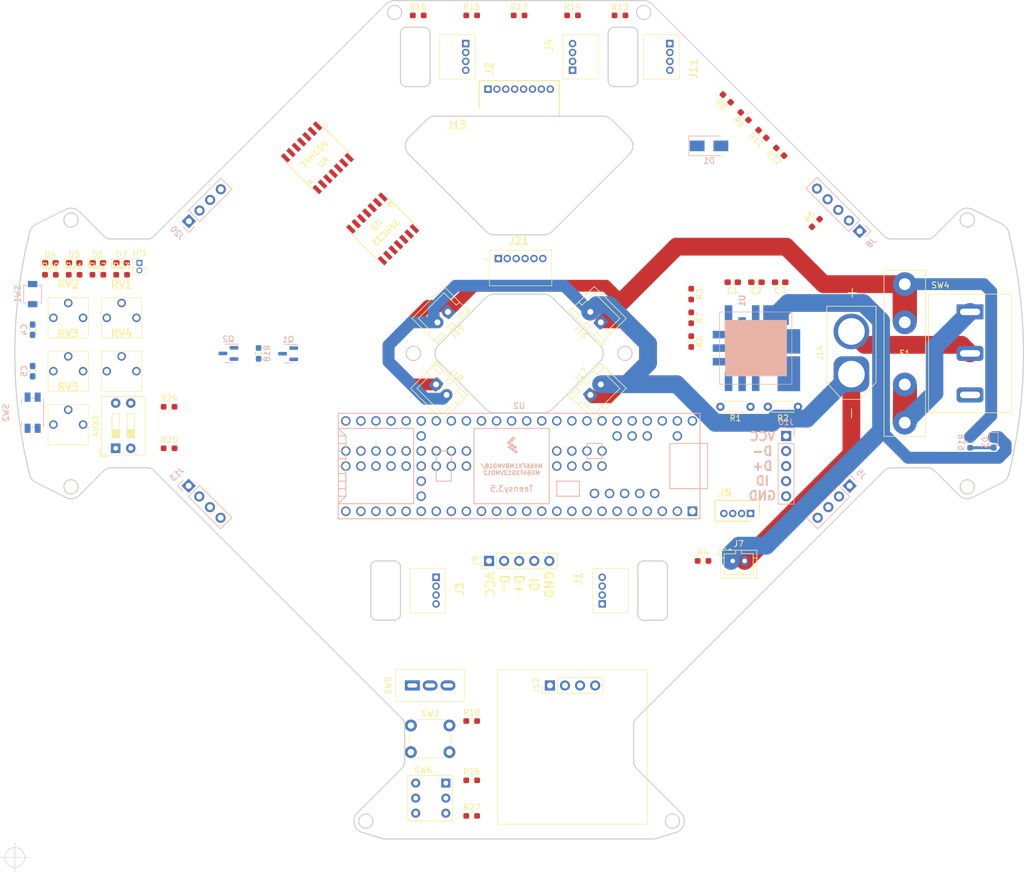
<source format=kicad_pcb>
(kicad_pcb (version 20211014) (generator pcbnew)
  (layers (0 "F.Cu" signal) (31 "B.Cu" signal) (34 "B.Paste" user) (35 "F.Paste" user) (36 "B.SilkS" user "B.Silkscreen") (37 "F.SilkS" user "F.Silkscreen") (38 "B.Mask" user) (39 "F.Mask" user) (44 "Edge.Cuts" user))
  (net 0 "")
  (net 1 "GND")
  (net 2 "/AUX1/3")
  (net 3 "/AUX1/4")
  (net 4 "Net-(C5-Pad2)")
  (net 5 "Net-(D1-Pad1)")
  (net 6 "+5V")
  (net 7 "Net-(D2-Pad2)")
  (net 8 "Net-(D6-Pad2)")
  (net 9 "Net-(D7-Pad2)")
  (net 10 "Net-(D3-Pad2)")
  (net 11 "Net-(D4-Pad1)")
  (net 12 "Net-(D4-Pad2)")
  (net 13 "+15V")
  (net 14 "Net-(F1-Pad2)")
  (net 15 "Net-(J1-Pad2)")
  (net 16 "Net-(J3-Pad1)")
  (net 17 "Net-(D5-Pad2)")
  (net 18 "Net-(J6-Pad1)")
  (net 19 "Net-(J1-Pad1)")
  (net 20 "Net-(J1-Pad4)")
  (net 21 "Net-(J2-Pad2)")
  (net 22 "Net-(J2-Pad4)")
  (net 23 "Net-(J3-Pad2)")
  (net 24 "Net-(J8-Pad1)")
  (net 25 "Net-(J8-Pad2)")
  (net 26 "Net-(J8-Pad4)")
  (net 27 "Net-(J3-Pad4)")
  (net 28 "Net-(J4-Pad1)")
  (net 29 "Net-(J4-Pad2)")
  (net 30 "Net-(J10-Pad1)")
  (net 31 "Net-(J10-Pad3)")
  (net 32 "Net-(J11-Pad1)")
  (net 33 "Net-(J4-Pad4)")
  (net 34 "Net-(J11-Pad3)")
  (net 35 "Net-(J5-Pad1)")
  (net 36 "Net-(J5-Pad3)")
  (net 37 "+3V3")
  (net 38 "Net-(J6-Pad3)")
  (net 39 "Net-(J10-Pad2)")
  (net 40 "Net-(J13-Pad1)")
  (net 41 "Net-(J13-Pad3)")
  (net 42 "Net-(J10-Pad4)")
  (net 43 "Net-(J10-Pad5)")
  (net 44 "Net-(J14-Pad2)")
  (net 45 "Net-(J15-Pad1)")
  (net 46 "Net-(J15-Pad2)")
  (net 47 "Net-(J15-Pad3)")
  (net 48 "Net-(J15-Pad5)")
  (net 49 "Net-(J15-Pad6)")
  (net 50 "Net-(J21-Pad1)")
  (net 51 "Net-(J21-Pad2)")
  (net 52 "Net-(J21-Pad3)")
  (net 53 "Net-(Q1-Pad1)")
  (net 54 "Net-(J21-Pad4)")
  (net 55 "Net-(J21-Pad5)")
  (net 56 "Net-(J21-Pad6)")
  (net 57 "PROG")
  (net 58 "/Switch/SW_GOAL")
  (net 59 "Net-(R1-Pad1)")
  (net 60 "/Switch/SW_START")
  (net 61 "Net-(R1-Pad2)")
  (net 67 "Net-(R4-Pad1)")
  (net 68 "Net-(R5-Pad1)")
  (net 69 "Net-(R13-Pad1)")
  (net 70 "Net-(R14-Pad1)")
  (net 71 "Net-(R16-Pad1)")
  (net 72 "Net-(R17-Pad1)")
  (net 73 "Net-(J15-Pad4)")
  (net 74 "Net-(R26-Pad2)")
  (net 79 "Net-(R15-Pad1)")
  (net 82 "Net-(U2-Pad16)")
  (net 83 "Net-(U2-Pad17)")
  (net 84 "Net-(U2-Pad18)")
  (net 85 "Net-(U2-Pad19)")
  (net 86 "Net-(U2-Pad20)")
  (net 87 "Net-(U2-Pad21)")
  (net 88 "Vbatt")
  (net 97 "/Switch/SW_led_R")
  (net 98 "/Switch/SW_led_G")
  (net 99 "/LED/LED4")
  (net 100 "/LED/LED3")
  (net 101 "/LED/LED2")
  (net 102 "/LED/LED1")
  (net 119 "Net-(U3-Pad11)")
  (net 120 "Net-(U3-Pad12)")
  (net 121 "Net-(J2-Pad1)")
  (net 122 "Net-(U3-Pad13)")
  (net 124 "Net-(Q1-Pad3)")
  (net 125 "Net-(R27-Pad2)")
  (footprint "Resistor_SMD:R_0603_1608Metric_Pad0.98x0.95mm_HandSolder" (layer "F.Cu") (at 64 76.735)
    (fp_text reference "R22")
    (fp_text value "120")
  )
  (footprint "0.main.robot:LED_SMLE13WBC8W1" (layer "F.Cu") (at 60 74.735)
    (fp_text reference "D5")
    (fp_text value "LED2_G")
  )
  (footprint "Resistor_THT:R_Axial_DIN0204_L3.6mm_D1.6mm_P5.08mm_Horizontal" (layer "F.Cu") (at 182 99 180)
    (fp_text reference "R2")
    (fp_text value "330")
  )
  (footprint "0.main.robot:JSTS8B-ZRLFSN" (layer "F.Cu") (at 129.75 48.6)
    (fp_text reference "J15")
    (fp_text value "LINE" hide)
  )
  (footprint "0.main.robot:OLED" (layer "F.Cu") (at 144 146)
    (fp_text reference "J12")
    (fp_text value "I2C_OLED")
  )
  (footprint "0.main.robot:LED_SMLE13WBC8W1" (layer "F.Cu") (at 56 74.735)
    (fp_text reference "D4")
    (fp_text value "LED1_R")
  )
  (footprint "Button_Switch_THT:SW_DIP_SPSTx02_Slide_9.78x7.26mm_W7.62mm_P2.54mm" (layer "F.Cu") (at 67 106 90)
    (fp_text reference "AUX1")
    (fp_text value "SW_DIP_x02")
  )
  (footprint "Resistor_SMD:R_0603_1608Metric_Pad0.98x0.95mm_HandSolder" (layer "F.Cu") (at 76 99)
    (fp_text reference "R24")
    (fp_text value "47k")
  )
  (footprint "Resistor_SMD:R_0603_1608Metric_Pad0.98x0.95mm_HandSolder" (layer "F.Cu") (at 164 88 -90)
    (fp_text reference "R6")
    (fp_text value "47k")
  )
  (footprint "Resistor_SMD:R_0603_1608Metric_Pad0.98x0.95mm_HandSolder" (layer "F.Cu") (at 76 106)
    (fp_text reference "R25")
    (fp_text value "47k")
  )
  (footprint "Resistor_SMD:R_0603_1608Metric_Pad0.98x0.95mm_HandSolder" (layer "F.Cu") (at 127 33)
    (fp_text reference "R15")
    (fp_text value "10k")
  )
  (footprint "Resistor_SMD:R_0603_1608Metric_Pad0.98x0.95mm_HandSolder" (layer "F.Cu") (at 173 50 135)
    (fp_text reference "R9")
    (fp_text value "47k")
  )
  (footprint "0.main.robot:MFS101D-14-Z" (layer "F.Cu") (at 120 146 90)
    (fp_text reference "SW5")
    (fp_text value "GOAL")
  )
  (footprint "0.main.robot:Trim-GF063P" (layer "F.Cu") (at 59 84)
    (fp_text reference "RV2")
    (fp_text value "20K" hide)
  )
  (footprint "Resistor_SMD:R_0603_1608Metric_Pad0.98x0.95mm_HandSolder" (layer "F.Cu") (at 176 53 135)
    (fp_text reference "R11")
    (fp_text value "10k")
  )
  (footprint "Resistor_SMD:R_0603_1608Metric_Pad0.98x0.95mm_HandSolder" (layer "F.Cu") (at 127 162)
    (fp_text reference "R26")
    (fp_text value "470")
  )
  (footprint "Connector_JST:JST_XH_B2B-XH-A_1x02_P2.50mm_Vertical" (layer "F.Cu") (at 121 95.2322 -45)
    (fp_text reference "J18")
    (fp_text value "MD3")
  )
  (footprint "Capacitor_SMD:C_0603_1608Metric_Pad1.08x0.95mm_HandSolder" (layer "F.Cu") (at 175 78 180)
    (fp_text reference "C2")
    (fp_text value "10u")
  )
  (footprint "Connector_JST:JST_XH_B2B-XH-A_1x02_P2.50mm_Vertical" (layer "F.Cu") (at 147 97 45)
    (fp_text reference "J17")
    (fp_text value "MD2")
  )
  (footprint "Connector_JST:JST_XH_B2B-XH-A_1x02_P2.50mm_Vertical" (layer "F.Cu") (at 123 83 -135)
    (fp_text reference "J19")
    (fp_text value "MD4")
  )
  (footprint "0.main.robot:JSTB4B-ZR" (layer "F.Cu") (at 174 117)
    (fp_text reference "J6")
    (fp_text value "Serial3/Vision" hide)
  )
  (footprint "0.main.robot:SOP14W" (layer "F.Cu") (at 112 69 -135)
    (fp_text reference "U3")
    (fp_text value "74HC32")
  )
  (footprint "0.main.robot:FUSE_20mm" (layer "F.Cu") (at 200 90)
    (fp_text reference "F1")
    (fp_text value "Fuse 15A")
  )
  (footprint "Connector_PinHeader_1.27mm:PinHeader_1x02_P1.27mm_Vertical" (layer "F.Cu") (at 71 74.735)
    (fp_text reference "JP1")
    (fp_text value "Jumper_2_Bridged")
  )
  (footprint "Connector_JST:JST_PH_B2B-PH-K_1x02_P2.00mm_Vertical" (layer "F.Cu") (at 171 125)
    (fp_text reference "J7")
    (fp_text value "raspi-power")
  )
  (footprint "Resistor_SMD:R_0603_1608Metric_Pad0.98x0.95mm_HandSolder" (layer "F.Cu") (at 127 152)
    (fp_text reference "R10")
    (fp_text value "47k")
  )
  (footprint "0.main.robot:SW_SPST_POWER" (layer "F.Cu") (at 211 90)
    (fp_text reference "SW4")
    (fp_text value "SW_SPST")
  )
  (footprint "0.main.robot:JSTS4B-ZRLFSN" (layer "F.Cu") (at 126 40 -90)
    (fp_text reference "J2")
    (fp_text value "MD4" hide)
  )
  (footprint "Capacitor_SMD:C_0603_1608Metric_Pad1.08x0.95mm_HandSolder" (layer "F.Cu") (at 171 78 180)
    (fp_text reference "C1")
    (fp_text value "10u")
  )
  (footprint "0.main.robot:Trim-GF063P" (layer "F.Cu") (at 68 93)
    (fp_text reference "RV4")
    (fp_text value "20K" hide)
  )
  (footprint "Resistor_SMD:R_0603_1608Metric_Pad0.98x0.95mm_HandSolder" (layer "F.Cu") (at 179 56 135)
    (fp_text reference "R12")
    (fp_text value "10k")
  )
  (footprint "0.main.robot:LED_SMLE13WBC8W1" (layer "F.Cu") (at 175 89.125 90)
    (fp_text reference "D2")
    (fp_text value "LED")
  )
  (footprint "Resistor_SMD:R_0603_1608Metric_Pad0.98x0.95mm_HandSolder" (layer "F.Cu") (at 127 168)
    (fp_text reference "R27")
    (fp_text value "470")
  )
  (footprint "Resistor_THT:R_Axial_DIN0204_L3.6mm_D1.6mm_P5.08mm_Horizontal" (layer "F.Cu") (at 174 99 180)
    (fp_text reference "R1")
    (fp_text value "1k")
  )
  (footprint "Button_Switch_THT:SW_PUSH_6mm" (layer "F.Cu") (at 116.75 152.75)
    (fp_text reference "SW3")
    (fp_text value "SET")
  )
  (footprint "0.main.robot:AMASS_XT60-M_1x02_P7.20mm_Vertical" (layer "F.Cu") (at 191 93.5 90)
    (fp_text reference "J14")
    (fp_text value "Power IN")
  )
  (footprint "0.main.robot:SOP14W" (layer "F.Cu") (at 101 57 45)
    (fp_text reference "U4")
    (fp_text value "74HC04")
  )
  (footprint "0.main.robot:JSTS4B-ZRLFSN" (layer "F.Cu") (at 121 130 -90)
    (fp_text reference "J3")
    (fp_text value "MD3" hide)
  )
  (footprint "0.main.robot:LED_SMLE13WBC8W1" (layer "F.Cu") (at 68 74.735)
    (fp_text reference "D7")
    (fp_text value "LED4_B")
  )
  (footprint "0.main.robot:LED_SMLE13WBC8W1" (layer "F.Cu") (at 64 74.735)
    (fp_text reference "D6")
    (fp_text value "LED3_Y")
  )
  (footprint "Resistor_SMD:R_0603_1608Metric_Pad0.98x0.95mm_HandSolder" (layer "F.Cu") (at 185 68 45)
    (fp_text reference "R5")
    (fp_text value "10k")
  )
  (footprint "Resistor_SMD:R_0603_1608Metric_Pad0.98x0.95mm_HandSolder" (layer "F.Cu") (at 56 76.735)
    (fp_text reference "R20")
    (fp_text value "120")
  )
  (footprint "0.main.robot:Trim-GF063P" (layer "F.Cu") (at 68 84)
    (fp_text reference "RV1")
    (fp_text value "20K" hide)
  )
  (footprint "0.main.robot:Trim-GF063P" (layer "F.Cu") (at 59 93)
    (fp_text reference "RV3")
    (fp_text value "20K" hide)
  )
  (footprint "Connector_PinHeader_2.54mm:PinHeader_1x05_P2.54mm_Vertical" (layer "F.Cu") (at 129.925 125 90)
    (fp_text reference "J9")
    (fp_text value "micro-b_out")
  )
  (footprint "Resistor_SMD:R_0603_1608Metric_Pad0.98x0.95mm_HandSolder" (layer "F.Cu") (at 164 84 -90)
    (fp_text reference "R7")
    (fp_text value "10k")
  )
  (footprint "0.main.robot:SW_NKK_B-12CCPRM" (layer "F.Cu") (at 117.565 162.46)
    (fp_text reference "SW6")
    (fp_text value "START")
  )
  (footprint "Resistor_SMD:R_0603_1608Metric_Pad0.98x0.95mm_HandSolder" (layer "F.Cu") (at 152 33)
    (fp_text reference "R13")
    (fp_text value "10k")
  )
  (footprint "Resistor_SMD:R_0603_1608Metric_Pad0.98x0.95mm_HandSolder" (layer "F.Cu") (at 144 33)
    (fp_text reference "R14")
    (fp_text value "10k")
  )
  (footprint "Resistor_SMD:R_0603_1608Metric_Pad0.98x0.95mm_HandSolder" (layer "F.Cu") (at 118 33)
    (fp_text reference "R16")
    (fp_text value "10k")
  )
  (footprint "Resistor_SMD:R_0603_1608Metric_Pad0.98x0.95mm_HandSolder" (layer "F.Cu") (at 166 125)
    (fp_text reference "R4")
    (fp_text value "10k")
  )
  (footprint "Connector_JST:JST_XH_B2B-XH-A_1x02_P2.50mm_Vertical" (layer "F.Cu") (at 148.767767 84.767767 135)
    (fp_text reference "J16")
    (fp_text value "MD1")
  )
  (footprint "0.main.robot:Trim-GF063P" (layer "F.Cu") (at 59 102)
    (fp_text reference "RV5")
    (fp_text value "20K" hide)
  )
  (footprint "Resistor_SMD:R_0603_1608Metric_Pad0.98x0.95mm_HandSolder" (layer "F.Cu") (at 170 47 135)
    (fp_text reference "R8")
    (fp_text value "47k")
  )
  (footprint "0.main.robot:JSTS4B-ZRLFSN" (layer "F.Cu") (at 160.4 40 -90)
    (fp_text reference "J11")
    (fp_text value "I2C_ToF" hide)
  )
  (footprint "Resistor_SMD:R_0603_1608Metric_Pad0.98x0.95mm_HandSolder" (layer "F.Cu") (at 135 33)
    (fp_text reference "R17")
    (fp_text value "10k")
  )
  (footprint "Capacitor_SMD:C_0603_1608Metric_Pad1.08x0.95mm_HandSolder" (layer "F.Cu") (at 179 78 180)
    (fp_text reference "C3")
    (fp_text value "10u")
  )
  (footprint "0.main.robot:JSTS4B-ZRLFSN" (layer "F.Cu") (at 144 40 90)
    (fp_text reference "J4")
    (fp_text value "MD1" hide)
  )
  (footprint "0.main.robot:JSTS6B-ZRLFSN" (layer "F.Cu") (at 131.5 74)
    (fp_text reference "J21")
    (fp_text value "Trimmer" hide)
  )
  (footprint "Resistor_SMD:R_0603_1608Metric_Pad0.98x0.95mm_HandSolder" (layer "F.Cu") (at 164 80 -90)
    (fp_text reference "R3")
    (fp_text value "470")
  )
  (footprint "Resistor_SMD:R_0603_1608Metric_Pad0.98x0.95mm_HandSolder" (layer "F.Cu") (at 60 76.735)
    (fp_text reference "R21")
    (fp_text value "120")
  )
  (footprint "Resistor_SMD:R_0603_1608Metric_Pad0.98x0.95mm_HandSolder" (layer "F.Cu") (at 68 76.735)
    (fp_text reference "R23")
    (fp_text value "120")
  )
  (footprint "0.main.robot:JSTS4B-ZRLFSN" (layer "F.Cu") (at 149 130 90)
    (fp_text reference "J1")
    (fp_text value "MD2" hide)
  )
  (footprint "Package_TO_SOT_SMD:SOT-23" (layer "B.Cu") (at 96.0625 90.05 180)
    (fp_text reference "Q1")
    (fp_text value "AO3400A")
  )
  (footprint "Diode_SMD:D_SMA" (layer "B.Cu") (at 167 55)
    (fp_text reference "D1")
    (fp_text value "SX34F")
  )
  (footprint "Connector_PinSocket_2.54mm:PinSocket_1x04_P2.54mm_Vertical" (layer "B.Cu") (at 79.2953 112.3307 -135)
    (fp_text reference "J13")
    (fp_text value "drib-kick")
  )
  (footprint "Package_TO_SOT_SMD:SOT-23" (layer "B.Cu") (at 86 90 180)
    (fp_text reference "Q2")
    (fp_text value "AO3401A")
  )
  (footprint "Capacitor_SMD:C_0603_1608Metric_Pad1.08x0.95mm_HandSolder" (layer "B.Cu") (at 53 86 -90)
    (fp_text reference "C4")
    (fp_text value "0.1u")
  )
  (footprint "Capacitor_SMD:C_0603_1608Metric_Pad1.08x0.95mm_HandSolder" (layer "B.Cu") (at 53 93 -90)
    (fp_text reference "C5")
    (fp_text value "0.1u")
  )
  (footprint "Connector_PinHeader_2.54mm:PinHeader_1x05_P2.54mm_Vertical" (layer "B.Cu") (at 180 103.925 180)
    (fp_text reference "J10")
    (fp_text value "micro-b_in")
  )
  (footprint "0.main.robot:THAU13-AB-R" (layer "B.Cu") (at 53 100 -90)
    (fp_text reference "SW2")
    (fp_text value "Reset")
  )
  (footprint "0.main.robot:Teensy35_36_x" (layer "B.Cu") (at 135 109 180)
    (fp_text reference "U2")
    (fp_text value "Teensy3.5")
  )
  (footprint "Resistor_SMD:R_0603_1608Metric_Pad0.98x0.95mm_HandSolder" (layer "B.Cu") (at 211 105 -90)
    (fp_text reference "R19")
    (fp_text value "3k")
  )
  (footprint "0.main.robot:TVAF06-A020B-R" (layer "B.Cu") (at 53 80 -90)
    (fp_text reference "SW1")
    (fp_text value "PROG")
  )
  (footprint "Connector_PinSocket_2.54mm:PinSocket_1x04_P2.54mm_Vertical" (layer "B.Cu") (at 190.7047 112.3307 135)
    (fp_text reference "J5")
    (fp_text value "XBee")
  )
  (footprint "Connector_PinSocket_2.54mm:PinSocket_1x05_P2.54mm_Vertical" (layer "B.Cu") (at 192.3882 69.3882 45)
    (fp_text reference "J8")
    (fp_text value "Serial2/IMU")
  )
  (footprint "0.main.robot:LED_SMLE13WBC8W1" (layer "B.Cu") (at 215 105 -90)
    (fp_text reference "D3")
    (fp_text value "LED")
  )
  (footprint "Resistor_SMD:R_0603_1608Metric_Pad0.98x0.95mm_HandSolder" (layer "B.Cu") (at 91.0875 90 90)
    (fp_text reference "R18")
    (fp_text value "10k")
  )
  (footprint "Connector_PinSocket_2.54mm:PinSocket_1x04_P2.54mm_Vertical" (layer "B.Cu") (at 79.3307 67.7047 -45)
    (fp_text reference "J20")
    (fp_text value "Drib-Kick")
  )
  (footprint "0.main.robot:OKL-T3-W12N-C" (layer "B.Cu") (at 168.773 83.018 90)
    (fp_text reference "U1")
    (fp_text value "OKL-T_3-W12N-C" hide)
  )
  (gr_arc (start 204.942913 70.26167) (mid 204.456278 70.58683) (end 203.882252 70.701011) (layer "Edge.Cuts") (width 0.2))
  (gr_line (start 153.585788 53.585786) (end 150.585788 50.585786) (layer "Edge.Cuts") (width 0.2))
  (gr_arc (start 211.425723 114.287139) (mid 210.210932 114.47246) (end 209.117083 113.912499) (layer "Edge.Cuts") (width 0.2))
  (gr_line (start 111.232935 171.596663) (end 108.535674 170.775239) (layer "Edge.Cuts") (width 0.2))
  (gr_line (start 110.000001 126.000001) (end 110.000001 134.000001) (layer "Edge.Cuts") (width 0.2))
  (gr_line (start 188.930719 62.613437) (end 196.578952 70.26167) (layer "Edge.Cuts") (width 0.2))
  (gr_line (start 162.386564 143.930717) (end 154.738331 151.57895) (layer "Edge.Cuts") (width 0.2))
  (gr_line (start 53.547495 68.226252) (end 58.57428 65.71286) (layer "Edge.Cuts") (width 0.2))
  (gr_line (start 60.88292 66.087501) (end 65.05709 70.26167) (layer "Edge.Cuts") (width 0.2))
  (gr_line (start 116.414214 56.414213) (end 129.414214 69.414213) (layer "Edge.Cuts") (width 0.2))
  (gr_arc (start 153.585788 53.585786) (mid 154.171574 55) (end 153.585788 56.414213) (layer "Edge.Cuts") (width 0.2))
  (gr_arc (start 119.414214 50.585786) (mid 120.063061 50.15224) (end 120.828428 49.999999) (layer "Edge.Cuts") (width 0.2))
  (gr_arc (start 140.585788 69.414213) (mid 139.936941 69.847759) (end 139.171574 70) (layer "Edge.Cuts") (width 0.2))
  (gr_arc (start 112.596937 31.085786) (mid 113.245783 30.65224) (end 114.01115 30.499999) (layer "Edge.Cuts") (width 0.2))
  (gr_arc (start 66.117751 70.70101) (mid 65.543726 70.586829) (end 65.05709 70.26167) (layer "Edge.Cuts") (width 0.2))
  (gr_line (start 157.403066 31.085786) (end 162.386563 36.069283) (layer "Edge.Cuts") (width 0.2))
  (gr_arc (start 58.57428 65.71286) (mid 59.789071 65.52754) (end 60.88292 66.087501) (layer "Edge.Cuts") (width 0.2))
  (gr_line (start 154.298991 152.63961) (end 154.298991 158.88225) (layer "Edge.Cuts") (width 0.2))
  (gr_line (start 160.000001 134.000001) (end 160.000001 126.000001) (layer "Edge.Cuts") (width 0.2))
  (gr_line (start 66.117751 70.70101) (end 72.360391 70.70101) (layer "Edge.Cuts") (width 0.2))
  (gr_arc (start 154.738331 159.942911) (mid 154.413172 159.456276) (end 154.298991 158.88225) (layer "Edge.Cuts") (width 0.2))
  (gr_arc (start 120.000001 43.999999) (mid 119.707108 44.707106) (end 119.000001 44.999999) (layer "Edge.Cuts") (width 0.2))
  (gr_circle (center 109.158364 168.874645) (end 110.358364 168.874645) (layer "Edge.Cuts") (width 0.2) (fill none))
  (gr_line (start 148.585788 88.585786) (end 140.585788 80.585786) (layer "Edge.Cuts") (width 0.2))
  (gr_arc (start 155.000001 43.999999) (mid 154.707108 44.707106) (end 154.000001 44.999999) (layer "Edge.Cuts") (width 0.2))
  (gr_arc (start 121.414214 91.414214) (mid 120.828428 90) (end 121.414214 88.585786) (layer "Edge.Cuts") (width 0.2))
  (gr_line (start 72.360391 109.298989) (end 66.117751 109.298989) (layer "Edge.Cuts") (width 0.2))
  (gr_circle (center 155.988852 32.499999) (end 157.188852 32.499999) (layer "Edge.Cuts") (width 0.2) (fill none))
  (gr_line (start 155.000001 126.000001) (end 155.000001 134.000001) (layer "Edge.Cuts") (width 0.2))
  (gr_arc (start 156.000001 135.000001) (mid 155.292895 134.707107) (end 155.000001 134.000001) (layer "Edge.Cuts") (width 0.2))
  (gr_circle (center 59.468707 67.501714) (end 60.668707 67.501714) (layer "Edge.Cuts") (width 0.2) (fill none))
  (gr_line (start 115.000001 134.000001) (end 115.000001 126.000001) (layer "Edge.Cuts") (width 0.2))
  (gr_arc (start 217.499238 110.466457) (mid 217.119293 111.234938) (end 216.452507 111.773748) (layer "Edge.Cuts") (width 0.2))
  (gr_line (start 162.386563 36.069283) (end 188.930719 62.613437) (layer "Edge.Cuts") (width 0.2))
  (gr_line (start 58.57428 114.28714) (end 53.547495 111.773748) (layer "Edge.Cuts") (width 0.2))
  (gr_line (start 129.414214 80.585786) (end 121.414214 88.585786) (layer "Edge.Cuts") (width 0.2))
  (gr_line (start 111.949187 171.814791) (end 111.445784 171.671285) (layer "Edge.Cuts") (width 0.2))
  (gr_circle (center 114.01115 32.499999) (end 115.21115 32.499999) (layer "Edge.Cuts") (width 0.2) (fill none))
  (gr_line (start 81.069284 62.613438) (end 107.613439 36.069283) (layer "Edge.Cuts") (width 0.2))
  (gr_line (start 114.000001 125.000001) (end 111.000001 125.000001) (layer "Edge.Cuts") (width 0.2))
  (gr_line (start 114.01115 30.499999) (end 155.988852 30.499999) (layer "Edge.Cuts") (width 0.2))
  (gr_line (start 107.61344 143.930717) (end 81.069284 117.386562) (layer "Edge.Cuts") (width 0.2))
  (gr_arc (start 111.000001 135.000001) (mid 110.292895 134.707107) (end 110.000001 134.000001) (layer "Edge.Cuts") (width 0.2))
  (gr_line (start 154.738331 159.942911) (end 162.255852 167.460432) (layer "Edge.Cuts") (width 0.2))
  (gr_line (start 204.942913 70.26167) (end 209.117082 66.0875) (layer "Edge.Cuts") (width 0.2))
  (gr_arc (start 130.828428 100) (mid 130.063061 99.847759) (end 129.414214 99.414214) (layer "Edge.Cuts") (width 0.2))
  (gr_arc (start 154.000001 34.999999) (mid 154.707108 35.292892) (end 155.000001 35.999999) (layer "Edge.Cuts") (width 0.2))
  (gr_circle (center 117.171574 90) (end 118.371574 90) (layer "Edge.Cuts") (width 0.2) (fill none))
  (gr_arc (start 217.499238 69.533543) (mid 220.000001 90) (end 217.499238 110.466457) (layer "Edge.Cuts") (width 0.2))
  (gr_line (start 209.117083 113.912499) (end 204.942913 109.73833) (layer "Edge.Cuts") (width 0.2))
  (gr_arc (start 115.000001 134.000001) (mid 114.707107 134.707107) (end 114.000001 135.000001) (layer "Edge.Cuts") (width 0.2))
  (gr_line (start 121.414214 91.414214) (end 129.414214 99.414214) (layer "Edge.Cuts") (width 0.2))
  (gr_line (start 115.000001 35.999999) (end 115.000001 43.999999) (layer "Edge.Cuts") (width 0.2))
  (gr_arc (start 112.491559 171.889737) (mid 112.217796 171.870912) (end 111.949187 171.814791) (layer "Edge.Cuts") (width 0.2))
  (gr_arc (start 154.298991 152.63961) (mid 154.413172 152.065585) (end 154.738331 151.57895) (layer "Edge.Cuts") (width 0.2))
  (gr_line (start 157.508443 171.889737) (end 112.491559 171.889737) (layer "Edge.Cuts") (width 0.2))
  (gr_arc (start 115.000001 35.999999) (mid 115.292894 35.292892) (end 116.000001 34.999999) (layer "Edge.Cuts") (width 0.2))
  (gr_arc (start 196.578952 109.738329) (mid 197.065587 109.41317) (end 197.639612 109.298989) (layer "Edge.Cuts") (width 0.2))
  (gr_arc (start 116.414214 56.414213) (mid 115.828428 55) (end 116.414214 53.585786) (layer "Edge.Cuts") (width 0.2))
  (gr_arc (start 197.639612 70.70101) (mid 197.065587 70.586829) (end 196.578952 70.26167) (layer "Edge.Cuts") (width 0.2))
  (gr_arc (start 60.882921 113.912499) (mid 59.789072 114.472461) (end 58.57428 114.28714) (layer "Edge.Cuts") (width 0.2))
  (gr_arc (start 149.171574 49.999999) (mid 149.936941 50.15224) (end 150.585788 50.585786) (layer "Edge.Cuts") (width 0.2))
  (gr_arc (start 110.000001 126.000001) (mid 110.292894 125.292894) (end 111.000001 125.000001) (layer "Edge.Cuts") (width 0.2))
  (gr_arc (start 52.500764 69.533543) (mid 52.880709 68.765062) (end 53.547495 68.226252) (layer "Edge.Cuts") (width 0.2))
  (gr_arc (start 140.585788 99.414214) (mid 139.936941 99.847759) (end 139.171574 100) (layer "Edge.Cuts") (width 0.2))
  (gr_arc (start 53.547495 111.773748) (mid 52.880709 111.234938) (end 52.500764 110.466457) (layer "Edge.Cuts") (width 0.2))
  (gr_arc (start 160.000001 134.000001) (mid 159.707107 134.707107) (end 159.000001 135.000001) (layer "Edge.Cuts") (width 0.2))
  (gr_arc (start 151.000001 44.999999) (mid 150.292894 44.707106) (end 150.000001 43.999999) (layer "Edge.Cuts") (width 0.2))
  (gr_arc (start 158.050815 171.814791) (mid 157.782206 171.870912) (end 157.508443 171.889737) (layer "Edge.Cuts") (width 0.2))
  (gr_arc (start 158.767064 171.596664) (mid 158.661694 171.636977) (end 158.554218 171.671285) (layer "Edge.Cuts") (width 0.2))
  (gr_arc (start 162.255852 167.460432) (mid 162.786948 169.339154) (end 161.464329 170.775238) (layer "Edge.Cuts") (width 0.2))
  (gr_arc (start 129.414214 80.585786) (mid 130.063061 80.152241) (end 130.828428 80) (layer "Edge.Cuts") (width 0.2))
  (gr_arc (start 72.360391 109.298989) (mid 72.934416 109.41317) (end 73.421051 109.738329) (layer "Edge.Cuts") (width 0.2))
  (gr_arc (start 209.117082 66.0875) (mid 210.210932 65.527539) (end 211.425724 65.712859) (layer "Edge.Cuts") (width 0.2))
  (gr_line (start 140.585788 69.414213) (end 153.585788 56.414213) (layer "Edge.Cuts") (width 0.2))
  (gr_line (start 156.000001 135.000001) (end 159.000001 135.000001) (layer "Edge.Cuts") (width 0.2))
  (gr_line (start 107.613439 36.069283) (end 112.596937 31.085786) (layer "Edge.Cuts") (width 0.2))
  (gr_circle (center 160.841639 168.874645) (end 162.041639 168.874645) (layer "Edge.Cuts") (width 0.2) (fill none))
  (gr_line (start 139.171574 80) (end 130.828428 80) (layer "Edge.Cuts") (width 0.2))
  (gr_arc (start 115.261672 151.57895) (mid 115.586831 152.065585) (end 115.701012 152.63961) (layer "Edge.Cuts") (width 0.2))
  (gr_line (start 111.000001 135.000001) (end 114.000001 135.000001) (layer "Edge.Cuts") (width 0.2))
  (gr_line (start 196.578952 109.738329) (end 188.930719 117.386561) (layer "Edge.Cuts") (width 0.2))
  (gr_arc (start 108.535674 170.775239) (mid 107.213054 169.339155) (end 107.74415 167.460432) (layer "Edge.Cuts") (width 0.2))
  (gr_arc (start 159.000001 125.000001) (mid 159.707108 125.292894) (end 160.000001 126.000001) (layer "Edge.Cuts") (width 0.2))
  (gr_line (start 116.000001 44.999999) (end 119.000001 44.999999) (layer "Edge.Cuts") (width 0.2))
  (gr_line (start 130.828428 100) (end 139.171574 100) (layer "Edge.Cuts") (width 0.2))
  (gr_line (start 161.464329 170.775238) (end 158.767064 171.596664) (layer "Edge.Cuts") (width 0.2))
  (gr_line (start 188.930719 117.386561) (end 162.386564 143.930717) (layer "Edge.Cuts") (width 0.2))
  (gr_line (start 81.069284 117.386562) (end 73.421051 109.738329) (layer "Edge.Cuts") (width 0.2))
  (gr_line (start 158.554218 171.671285) (end 158.050815 171.814791) (layer "Edge.Cuts") (width 0.2))
  (gr_line (start 211.425724 65.712859) (end 216.452507 68.226252) (layer "Edge.Cuts") (width 0.2))
  (gr_line (start 151.000001 44.999999) (end 154.000001 44.999999) (layer "Edge.Cuts") (width 0.2))
  (gr_arc (start 155.988852 30.499999) (mid 156.754219 30.65224) (end 157.403066 31.085786) (layer "Edge.Cuts") (width 0.2))
  (gr_arc (start 216.452507 68.226252) (mid 217.119293 68.765062) (end 217.499238 69.533543) (layer "Edge.Cuts") (width 0.2))
  (gr_arc (start 73.421051 70.26167) (mid 72.934416 70.586829) (end 72.360391 70.70101) (layer "Edge.Cuts") (width 0.2))
  (gr_circle (center 210.531296 112.498285) (end 211.731296 112.498285) (layer "Edge.Cuts") (width 0.2) (fill none))
  (gr_line (start 65.05709 109.738329) (end 60.882921 113.912499) (layer "Edge.Cuts") (width 0.2))
  (gr_line (start 140.585788 99.414214) (end 148.585788 91.414214) (layer "Edge.Cuts") (width 0.2))
  (gr_arc (start 111.445784 171.671285) (mid 111.338307 171.636977) (end 111.232935 171.596663) (layer "Edge.Cuts") (width 0.2))
  (gr_circle (center 210.531296 67.501714) (end 211.731296 67.501714) (layer "Edge.Cuts") (width 0.2) (fill none))
  (gr_line (start 119.000001 34.999999) (end 116.000001 34.999999) (layer "Edge.Cuts") (width 0.2))
  (gr_line (start 130.828428 70) (end 139.171574 70) (layer "Edge.Cuts") (width 0.2))
  (gr_arc (start 203.882252 109.298989) (mid 204.456278 109.41317) (end 204.942913 109.73833) (layer "Edge.Cuts") (width 0.2))
  (gr_arc (start 150.000001 35.999999) (mid 150.292894 35.292892) (end 151.000001 34.999999) (layer "Edge.Cuts") (width 0.2))
  (gr_line (start 154.000001 34.999999) (end 151.000001 34.999999) (layer "Edge.Cuts") (width 0.2))
  (gr_line (start 150.000001 35.999999) (end 150.000001 43.999999) (layer "Edge.Cuts") (width 0.2))
  (gr_line (start 107.74415 167.460432) (end 115.261672 159.942911) (layer "Edge.Cuts") (width 0.2))
  (gr_line (start 197.639612 70.70101) (end 203.882252 70.701011) (layer "Edge.Cuts") (width 0.2))
  (gr_line (start 73.421051 70.26167) (end 81.069284 62.613438) (layer "Edge.Cuts") (width 0.2))
  (gr_line (start 119.414214 50.585786) (end 116.414214 53.585786) (layer "Edge.Cuts") (width 0.2))
  (gr_line (start 159.000001 125.000001) (end 156.000001 125.000001) (layer "Edge.Cuts") (width 0.2))
  (gr_arc (start 139.171574 80) (mid 139.936941 80.152241) (end 140.585788 80.585786) (layer "Edge.Cuts") (width 0.2))
  (gr_arc (start 155.000001 126.000001) (mid 155.292895 125.292895) (end 156.000001 125.000001) (layer "Edge.Cuts") (width 0.2))
  (gr_arc (start 115.701012 158.88225) (mid 115.586831 159.456276) (end 115.261672 159.942911) (layer "Edge.Cuts") (width 0.2))
  (gr_line (start 115.261672 151.57895) (end 107.61344 143.930717) (layer "Edge.Cuts") (width 0.2))
  (gr_line (start 115.701012 158.88225) (end 115.701012 152.63961) (layer "Edge.Cuts") (width 0.2))
  (gr_line (start 120.000001 43.999999) (end 120.000001 35.999999) (layer "Edge.Cuts") (width 0.2))
  (gr_arc (start 65.05709 109.738329) (mid 65.543725 109.41317) (end 66.117751 109.298989) (layer "Edge.Cuts") (width 0.2))
  (gr_arc (start 119.000001 34.999999) (mid 119.707108 35.292892) (end 120.000001 35.999999) (layer "Edge.Cuts") (width 0.2))
  (gr_arc (start 148.585788 88.585786) (mid 149.171574 90) (end 148.585788 91.414214) (layer "Edge.Cuts") (width 0.2))
  (gr_arc (start 114.000001 125.000001) (mid 114.707107 125.292895) (end 115.000001 126.000001) (layer "Edge.Cuts") (width 0.2))
  (gr_circle (center 152.828428 90) (end 154.028428 90) (layer "Edge.Cuts") (width 0.2) (fill none))
  (gr_line (start 203.882252 109.298989) (end 197.639612 109.298989) (layer "Edge.Cuts") (width 0.2))
  (gr_arc (start 130.828428 70) (mid 130.063061 69.847759) (end 129.414214 69.414213) (layer "Edge.Cuts") (width 0.2))
  (gr_line (start 155.000001 43.999999) (end 155.000001 35.999999) (layer "Edge.Cuts") (width 0.2))
  (gr_arc (start 116.000001 44.999999) (mid 115.292894 44.707106) (end 115.000001 43.999999) (layer "Edge.Cuts") (width 0.2))
  (gr_arc (start 52.500764 110.466457) (mid 50.000001 90) (end 52.500764 69.533543) (layer "Edge.Cuts") (width 0.2))
  (gr_circle (center 59.468707 112.498285) (end 60.668707 112.498285) (layer "Edge.Cuts") (width 0.2) (fill none))
  (gr_line (start 149.171574 49.999999) (end 120.828428 49.999999) (layer "Edge.Cuts") (width 0.2))
  (gr_line (start 216.452507 111.773748) (end 211.425723 114.287139) (layer "Edge.Cuts") (width 0.2))
  (gr_text "VCC" (at 176 104) (layer "B.SilkS") (effects (font (size 1.5 1.5) (thickness 0.3)) (justify mirror)))
  (gr_text "ID" (at 176 111.5) (layer "B.SilkS") (effects (font (size 1.5 1.5) (thickness 0.3)) (justify mirror)))
  (gr_text "D+" (at 176 109) (layer "B.SilkS") (effects (font (size 1.5 1.5) (thickness 0.3)) (justify mirror)))
  (gr_text "GND" (at 176 114) (layer "B.SilkS") (effects (font (size 1.5 1.5) (thickness 0.3)) (justify mirror)))
  (gr_text "D-" (at 176 106.5) (layer "B.SilkS") (effects (font (size 1.5 1.5) (thickness 0.3)) (justify mirror)))
  (gr_text "D-" (at 132.5 129 -90) (layer "F.SilkS") (effects (font (size 1.5 1.5) (thickness 0.3))))
  (gr_text "GND" (at 140 129 -90) (layer "F.SilkS") (effects (font (size 1.5 1.5) (thickness 0.3))))
  (gr_text "ID" (at 137.5 129 -90) (layer "F.SilkS") (effects (font (size 1.5 1.5) (thickness 0.3))))
  (gr_text "D+" (at 135 129 -90) (layer "F.SilkS") (effects (font (size 1.5 1.5) (thickness 0.3))))
  (gr_text "VCC" (at 130 129 -90) (layer "F.SilkS") (effects (font (size 1.5 1.5) (thickness 0.3))))
  (target plus (at 50 175) (size 5) (width 0.1) (layer "Edge.Cuts"))
  (segment (start 191 107) (end 173 125) (width 3) (layer "F.Cu") (net 1))
  (segment (start 191 93.5) (end 191 107) (width 3) (layer "F.Cu") (net 1))
  (segment (start 148.066315 81.863653) (end 146.964984 82.964984) (width 3) (layer "B.Cu") (net 1))
  (segment (start 153.147525 95.197217) (end 156.729511 91.615231) (width 3) (layer "B.Cu") (net 1))
  (segment (start 151.197217 95.197217) (end 148.802783 95.197217) (width 3) (layer "B.Cu") (net 1))
  (segment (start 142.588472 78.588472) (end 147 83) (width 2) (layer "B.Cu") (net 1))
  (segment (start 116.839915 84.767767) (end 121.232233 84.767767) (width 2) (layer "B.Cu") (net 1))
  (segment (start 183.5 101) (end 178.313422 101) (width 3) (layer "B.Cu") (net 1))
  (segment (start 196 103.072028) (end 176.646548 122.42548) (width 3) (layer "B.Cu") (net 1))
  (segment (start 122.767767 96.999967) (end 122.131421 97.636313) (width 2) (layer "B.Cu") (net 1))
  (segment (start 178.298 83.526) (end 180.323511 81.500489) (width 3) (layer "B.Cu") (net 1))
  (segment (start 178.313422 101) (end 177.603911 101.709511) (width 3) (layer "B.Cu") (net 1))
  (segment (start 121.232233 84.767767) (end 120.595887 84.131421) (width 2) (layer "B.Cu") (net 1))
  (segment (start 122.131421 97.636313) (end 119.212009 97.636313) (width 2) (layer "B.Cu") (net 1))
  (segment (start 215.807253 104.125) (end 217 105.317747) (width 2) (layer "B.Cu") (net 1))
  (segment (start 180.323511 81.500489) (end 192.988024 81.500489) (width 3) (layer "B.Cu") (net 1))
  (segment (start 215.832733 107.59952) (end 200.527492 107.59952) (width 2) (layer "B.Cu") (net 1))
  (segment (start 124.300938 78.588472) (end 142.588472 78.588472) (width 2) (layer "B.Cu") (net 1))
  (segment (start 150.208395 81.863653) (end 148.066315 81.863653) (width 3) (layer "B.Cu") (net 1))
  (segment (start 168.074354 101.709511) (end 161.56206 95.197217) (width 3) (layer "B.Cu") (net 1))
  (segment (start 156.729511 91.615231) (end 156.729511 88.384769) (width 3) (layer "B.Cu") (net 1))
  (segment (start 217 106.432253) (end 215.832733 107.59952) (width 2) (layer "B.Cu") (net 1))
  (segment (start 119.212009 97.636313) (end 113 91.424304) (width 2) (layer "B.Cu") (net 1))
  (segment (start 113 91.424304) (end 113 88.625624) (width 2) (layer "B.Cu") (net 1))
  (segment (start 192.988024 81.500489) (end 196 84.512465) (width 3) (layer "B.Cu") (net 1))
  (segment (start 217 105.317747) (end 217 106.432253) (width 2) (layer "B.Cu") (net 1))
  (segment (start 196 84.512465) (end 196 103.072028) (width 3) (layer "B.Cu") (net 1))
  (segment (start 120.595887 82.293523) (end 124.300938 78.588472) (width 2) (layer "B.Cu") (net 1))
  (segment (start 200.527492 107.59952) (end 196 103.072028) (width 2) (layer "B.Cu") (net 1))
  (segment (start 156.729511 88.384769) (end 150.208395 81.863653) (width 3) (layer "B.Cu") (net 1))
  (segment (start 215 104.125) (end 215.807253 104.125) (width 2) (layer "B.Cu") (net 1))
  (segment (start 170.70048 123.772508) (end 170.70048 125) (width 3) (layer "B.Cu") (net 1))
  (segment (start 191 93.5) (end 183.5 101) (width 3) (layer "B.Cu") (net 1))
  (segment (start 114.192772 87.432852) (end 114.789074 86.818608) (width 2) (layer "B.Cu") (net 1))
  (segment (start 114.789074 86.818608) (end 116.839915 84.767767) (width 2) (layer "B.Cu") (net 1))
  (segment (start 172.047508 122.42548) (end 170.70048 123.772508) (width 3) (layer "B.Cu") (net 1))
  (segment (start 120.595887 84.131421) (end 120.595887 82.293523) (width 2) (layer "B.Cu") (net 1))
  (segment (start 176.646548 122.42548) (end 172.047508 122.42548) (width 3) (layer "B.Cu") (net 1))
  (segment (start 113 88.625624) (end 114.192772 87.432852) (width 2) (layer "B.Cu") (net 1))
  (segment (start 151.197217 95.197217) (end 153.147525 95.197217) (width 3) (layer "B.Cu") (net 1))
  (segment (start 177.603911 101.709511) (end 168.074354 101.709511) (width 3) (layer "B.Cu") (net 1))
  (segment (start 161.56206 95.197217) (end 151.197217 95.197217) (width 3) (layer "B.Cu") (net 1))
  (segment (start 211 105.9125) (end 214.9625 105.9125) (width 0.5) (layer "B.Cu") (net 10))
  (segment (start 214.9625 105.9125) (end 215 105.875) (width 0.5) (layer "B.Cu") (net 10))
  (segment (start 116.839882 95.2322) (end 113 91.392318) (width 2) (layer "F.Cu") (net 13))
  (segment (start 127.411528 78.588472) (end 149.588472 78.588472) (width 2) (layer "F.Cu") (net 13))
  (segment (start 119.607682 82) (end 124 82) (width 2) (layer "F.Cu") (net 13))
  (segment (start 150.249818 97.387818) (end 156.229511 91.408125) (width 2) (layer "F.Cu") (net 13))
  (segment (start 149.588472 78.588472) (end 152.267767 81.267767) (width 2) (layer "F.Cu") (net 13))
  (segment (start 148.767767 84.767767) (end 152.267767 81.267767) (width 2) (layer "F.Cu") (net 13))
  (segment (start 152.267767 81.267767) (end 161.535534 72) (width 3) (layer "F.Cu") (net 13))
  (segment (start 156.229511 88.229511) (end 152.767767 84.767767) (width 2) (layer "F.Cu") (net 13))
  (segment (start 113 91.392318) (end 113 88.607682) (width 2) (layer "F.Cu") (net 13))
  (segment (start 123 83) (end 124 82) (width 2) (layer "F.Cu") (net 13))
  (segment (start 147 97) (end 147.387818 97.387818) (width 2) (layer "F.Cu") (net 13))
  (segment (start 147.387818 97.387818) (end 150.249818 97.387818) (width 2) (layer "F.Cu") (net 13))
  (segment (start 121 95.2322) (end 116.839882 95.2322) (width 2) (layer "F.Cu") (net 13))
  (segment (start 152.767767 84.767767) (end 148.767767 84.767767) (width 2) (layer "F.Cu") (net 13))
  (segment (start 186.316 78.316) (end 200 78.316) (width 3) (layer "F.Cu") (net 13))
  (segment (start 180 72) (end 186.316 78.316) (width 3) (layer "F.Cu") (net 13))
  (segment (start 156.229511 91.408125) (end 156.229511 88.229511) (width 2) (layer "F.Cu") (net 13))
  (segment (start 124 82) (end 127.411528 78.588472) (width 2) (layer "F.Cu") (net 13))
  (segment (start 161.535534 72) (end 180 72) (width 3) (layer "F.Cu") (net 13))
  (segment (start 113 88.607682) (end 119.607682 82) (width 2) (layer "F.Cu") (net 13))
  (segment (start 214.561511 79.561511) (end 213.316 78.316) (width 2) (layer "B.Cu") (net 13))
  (segment (start 214.561511 100.525989) (end 214.561511 79.561511) (width 2) (layer "B.Cu") (net 13))
  (segment (start 211 104.0875) (end 214.561511 100.525989) (width 2) (layer "B.Cu") (net 13))
  (segment (start 213.316 78.316) (end 200 78.316) (width 2) (layer "B.Cu") (net 13))
  (segment (start 205 96.684) (end 200 101.684) (width 3) (layer "B.Cu") (net 14))
  (segment (start 211 83) (end 205 89) (width 3) (layer "B.Cu") (net 14))
  (segment (start 205 89) (end 205 96.684) (width 3) (layer "B.Cu") (net 14))
  (segment (start 191 86.3) (end 193.253511 88.553511) (width 3) (layer "F.Cu") (net 44))
  (segment (start 193.253511 88.553511) (end 209.553511 88.553511) (width 3) (layer "F.Cu") (net 44))
  (segment (start 209.553511 88.553511) (end 211 90) (width 3) (layer "F.Cu") (net 44))
)
</source>
